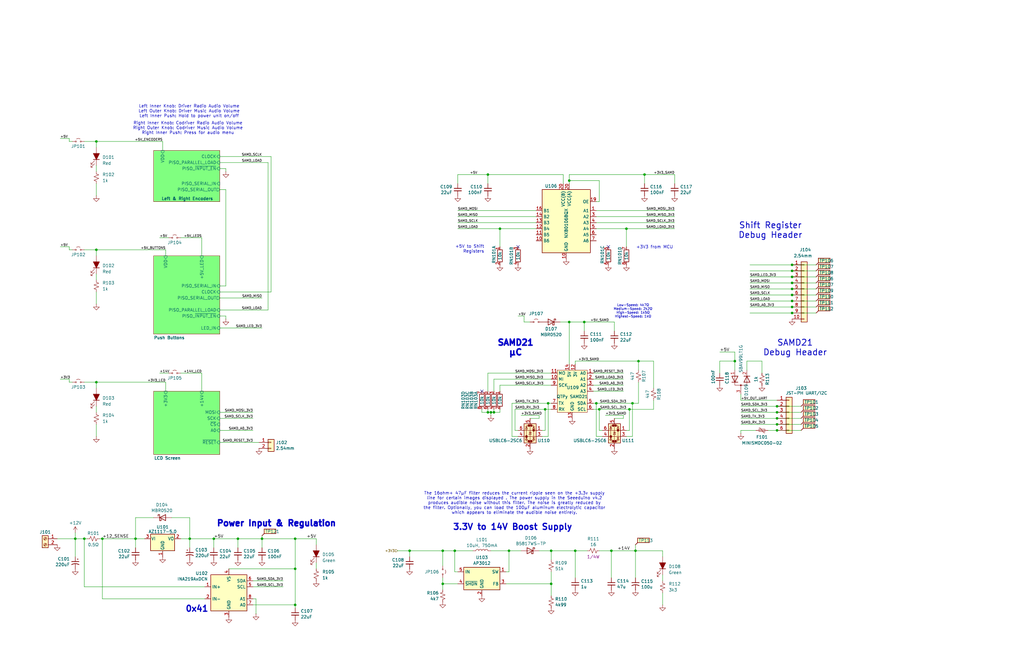
<source format=kicad_sch>
(kicad_sch (version 20250114) (generator "eeschema") (generator_version "9.0")
  (paper "B")
  (title_block (title "Radio Switcher IO Panel") (date "2025-07-27") (rev "A") (company "KX0STL"))
  (text "+3V3 from MCU" (at 268.224 104.394 0) (effects (font (size 1.27 1.27)) (justify left)))
  (text "Shift Register\nDebug Header" (at 324.866 97.282 0) (effects (font (size 2.54 2.54) (thickness 0.3175))))
  (text "SAMD21\nDebug Header" (at 335.28 146.812 0) (effects (font (size 2.54 2.54) (thickness 0.3175))))
  (text "0x41" (at 83.058 257.048 0) (effects (font (size 2.54 2.54) (thickness 0.508) (bold yes))))
  (text "The 16ohm+ 47µF filter reduces the current ripple seen on the +3.3v supply\nline for certain images displayed . The power supply in the Seeeduino v4.2\nproduces audible noise without this filter. The noise is greatly reduced by\nthe filter. Optionally, you can load the 100µF aluminum electrolytic capacitor\nwhich appears to eliminate the audible noise entirely." (at 216.916 212.344 0) (effects (font (size 1.27 1.27))))
  (text "Right Inner Knob: Codriver Radio Audio Volume\nRight Outer Knob: Codriver Music Audio Volume\nRight Inner Push: Press for audio menu" (at 79.248 54.102 0) (effects (font (size 1.27 1.27))))
  (text "Low-Speed: 4k7Ω\nMedium-Speed: 2k2Ω\nHigh-Speed: 1k5Ω\nHighest-Speed: 1kΩ" (at 266.954 131.318 0) (effects (font (size 0.9906 0.9906))))
  (text "3.3V to 14V Boost Supply" (at 216.154 222.504 0) (effects (font (size 2.54 2.54) (thickness 0.508) (bold yes))))
  (text "+5V to Shift\nRegisters" (at 204.216 105.156 0) (effects (font (size 1.27 1.27)) (justify right)))
  (text "Left Inner Knob: Driver Radio Audio Volume\nLeft Outer Knob: Driver Music Audio Volume\nLeft Inner Push: Hold to power unit on/off" (at 79.756 46.99 0) (effects (font (size 1.27 1.27))))
  (text "Power Input & Regulation" (at 116.586 220.98 0) (effects (font (size 2.54 2.54) (thickness 1.016) (bold yes))))
  (text "SAMD21\nµC" (at 217.424 146.812 0) (effects (font (size 2.54 2.54) (thickness 1.016) (bold yes))))
  (junction (at 186.69 246.38))
  (junction (at 242.57 232.41))
  (junction (at 309.88 152.4))
  (junction (at 90.17 227.33))
  (junction (at 334.01 124.46))
  (junction (at 257.81 232.41))
  (junction (at 207.01 173.99))
  (junction (at 246.38 135.89))
  (junction (at 232.41 246.38))
  (junction (at 265.43 172.72))
  (junction (at 327.66 181.61))
  (junction (at 80.01 227.33))
  (junction (at 57.15 227.33))
  (junction (at 43.18 227.33))
  (junction (at 186.69 232.41))
  (junction (at 35.56 227.33))
  (junction (at 327.66 171.45))
  (junction (at 269.24 152.4))
  (junction (at 124.46 240.03))
  (junction (at 40.64 161.29))
  (junction (at 327.66 173.99))
  (junction (at 334.01 119.38))
  (junction (at 264.16 96.52))
  (junction (at 240.03 135.89))
  (junction (at 334.01 127))
  (junction (at 334.01 121.92))
  (junction (at 267.97 232.41))
  (junction (at 205.74 173.99))
  (junction (at 271.78 73.66))
  (junction (at 327.66 176.53))
  (junction (at 334.01 111.76))
  (junction (at 110.49 227.33))
  (junction (at 334.01 114.3))
  (junction (at 334.01 116.84))
  (junction (at 266.7 170.18))
  (junction (at 208.28 173.99))
  (junction (at 100.33 227.33))
  (junction (at 214.63 232.41))
  (junction (at 229.87 172.72))
  (junction (at 124.46 227.33))
  (junction (at 232.41 232.41))
  (junction (at 31.75 227.33))
  (junction (at 251.46 170.18))
  (junction (at 252.73 172.72))
  (junction (at 172.72 232.41))
  (junction (at 40.64 59.69))
  (junction (at 210.82 96.52))
  (junction (at 334.01 132.08))
  (junction (at 40.64 105.41))
  (junction (at 334.01 129.54))
  (junction (at 205.74 73.66))
  (junction (at 124.46 255.27))
  (junction (at 240.03 76.2))
  (junction (at 191.77 232.41))
  (junction (at 327.66 179.07))
  (junction (at 231.14 170.18))
  (no_connect (at 203.2 165.1))
  (no_connect (at 218.44 104.14))
  (no_connect (at 256.54 104.14))
  (wire (pts (xy 35.56 59.69) (xy 40.64 59.69)))
  (wire (pts (xy 35.56 105.41) (xy 40.64 105.41)))
  (wire (pts (xy 40.64 69.85) (xy 40.64 72.39)))
  (wire (pts (xy 207.01 232.41) (xy 214.63 232.41)))
  (wire (pts (xy 240.03 76.2) (xy 240.03 77.47)))
  (wire (pts (xy 279.4 234.95) (xy 279.4 232.41)))
  (wire (pts (xy 334.01 132.08) (xy 316.23 132.08)))
  (wire (pts (xy 214.63 232.41) (xy 219.71 232.41)))
  (wire (pts (xy 186.69 246.38) (xy 193.04 246.38)))
  (wire (pts (xy 92.71 138.43) (xy 110.49 138.43)))
  (wire (pts (xy 96.52 240.03) (xy 124.46 240.03)))
  (wire (pts (xy 334.01 111.76) (xy 344.17 111.76)))
  (wire (pts (xy 269.24 156.21) (xy 269.24 152.4)))
  (wire (pts (xy 191.77 241.3) (xy 191.77 232.41)))
  (wire (pts (xy 242.57 152.4) (xy 269.24 152.4)))
  (wire (pts (xy 95.25 71.12) (xy 92.71 71.12)))
  (wire (pts (xy 92.71 173.99) (xy 106.68 173.99)))
  (wire (pts (xy 334.01 119.38) (xy 344.17 119.38)))
  (wire (pts (xy 334.01 129.54) (xy 344.17 129.54)))
  (wire (pts (xy 186.69 232.41) (xy 191.77 232.41)))
  (wire (pts (xy 240.03 135.89) (xy 240.03 153.67)))
  (wire (pts (xy 312.42 166.37) (xy 312.42 168.91)))
  (wire (pts (xy 303.53 148.59) (xy 309.88 148.59)))
  (wire (pts (xy 279.4 242.57) (xy 279.4 245.11)))
  (wire (pts (xy 267.97 229.87) (xy 267.97 232.41)))
  (wire (pts (xy 262.89 160.02) (xy 250.19 160.02)))
  (wire (pts (xy 172.72 232.41) (xy 186.69 232.41)))
  (wire (pts (xy 40.64 59.69) (xy 68.58 59.69)))
  (wire (pts (xy 334.01 121.92) (xy 344.17 121.92)))
  (wire (pts (xy 68.58 59.69) (xy 68.58 63.5)))
  (wire (pts (xy 334.01 119.38) (xy 316.23 119.38)))
  (wire (pts (xy 193.04 93.98) (xy 226.06 93.98)))
  (wire (pts (xy 208.28 173.99) (xy 207.01 173.99)))
  (wire (pts (xy 334.01 116.84) (xy 316.23 116.84)))
  (wire (pts (xy 31.75 227.33) (xy 31.75 234.95)))
  (wire (pts (xy 217.17 172.72) (xy 217.17 181.61)))
  (wire (pts (xy 24.13 227.33) (xy 31.75 227.33)))
  (wire (pts (xy 92.71 80.01) (xy 95.25 80.01)))
  (wire (pts (xy 191.77 241.3) (xy 193.04 241.3)))
  (wire (pts (xy 266.7 184.15) (xy 266.7 170.18)))
  (wire (pts (xy 40.64 107.95) (xy 40.64 105.41)))
  (wire (pts (xy 95.25 120.65) (xy 92.71 120.65)))
  (wire (pts (xy 257.81 232.41) (xy 257.81 243.84)))
  (wire (pts (xy 334.01 124.46) (xy 316.23 124.46)))
  (wire (pts (xy 193.04 88.9) (xy 226.06 88.9)))
  (wire (pts (xy 240.03 73.66) (xy 271.78 73.66)))
  (wire (pts (xy 321.31 157.48) (xy 321.31 152.4)))
  (wire (pts (xy 106.68 245.11) (xy 119.38 245.11)))
  (wire (pts (xy 213.36 246.38) (xy 232.41 246.38)))
  (wire (pts (xy 220.98 133.35) (xy 220.98 135.89)))
  (wire (pts (xy 327.66 181.61) (xy 337.82 181.61)))
  (wire (pts (xy 72.39 218.44) (xy 80.01 218.44)))
  (wire (pts (xy 232.41 170.18) (xy 231.14 170.18)))
  (wire (pts (xy 25.4 104.14) (xy 29.21 104.14)))
  (wire (pts (xy 191.77 232.41) (xy 199.39 232.41)))
  (wire (pts (xy 251.46 170.18) (xy 250.19 170.18)))
  (wire (pts (xy 29.21 160.02) (xy 29.21 161.29)))
  (wire (pts (xy 40.64 77.47) (xy 40.64 82.55)))
  (wire (pts (xy 232.41 157.48) (xy 205.74 157.48)))
  (wire (pts (xy 312.42 176.53) (xy 327.66 176.53)))
  (wire (pts (xy 205.74 165.1) (xy 205.74 157.48)))
  (wire (pts (xy 228.6 181.61) (xy 229.87 181.61)))
  (wire (pts (xy 107.95 252.73) (xy 106.68 252.73)))
  (wire (pts (xy 69.85 161.29) (xy 69.85 165.1)))
  (wire (pts (xy 303.53 157.48) (xy 303.53 152.4)))
  (wire (pts (xy 193.04 96.52) (xy 210.82 96.52)))
  (wire (pts (xy 271.78 73.66) (xy 284.48 73.66)))
  (wire (pts (xy 327.66 173.99) (xy 337.82 173.99)))
  (wire (pts (xy 312.42 171.45) (xy 327.66 171.45)))
  (wire (pts (xy 303.53 152.4) (xy 309.88 152.4)))
  (wire (pts (xy 210.82 96.52) (xy 210.82 104.14)))
  (wire (pts (xy 124.46 256.54) (xy 124.46 255.27)))
  (wire (pts (xy 210.82 165.1) (xy 210.82 162.56)))
  (wire (pts (xy 106.68 255.27) (xy 124.46 255.27)))
  (wire (pts (xy 232.41 162.56) (xy 210.82 162.56)))
  (wire (pts (xy 90.17 227.33) (xy 90.17 231.14)))
  (wire (pts (xy 262.89 165.1) (xy 250.19 165.1)))
  (wire (pts (xy 218.44 184.15) (xy 215.9 184.15)))
  (wire (pts (xy 218.44 133.35) (xy 220.98 133.35)))
  (wire (pts (xy 90.17 227.33) (xy 100.33 227.33)))
  (wire (pts (xy 205.74 172.72) (xy 205.74 173.99)))
  (wire (pts (xy 31.75 224.79) (xy 31.75 227.33)))
  (wire (pts (xy 237.49 73.66) (xy 237.49 77.47)))
  (wire (pts (xy 262.89 162.56) (xy 250.19 162.56)))
  (wire (pts (xy 25.4 160.02) (xy 29.21 160.02)))
  (wire (pts (xy 205.74 73.66) (xy 193.04 73.66)))
  (wire (pts (xy 208.28 165.1) (xy 208.28 160.02)))
  (wire (pts (xy 71.12 100.33) (xy 67.31 100.33)))
  (wire (pts (xy 110.49 226.06) (xy 110.49 227.33)))
  (wire (pts (xy 265.43 172.72) (xy 265.43 181.61)))
  (wire (pts (xy 251.46 96.52) (xy 264.16 96.52)))
  (wire (pts (xy 232.41 172.72) (xy 229.87 172.72)))
  (wire (pts (xy 259.08 135.89) (xy 246.38 135.89)))
  (wire (pts (xy 92.71 176.53) (xy 106.68 176.53)))
  (wire (pts (xy 262.89 176.53) (xy 259.08 176.53)))
  (wire (pts (xy 334.01 121.92) (xy 316.23 121.92)))
  (wire (pts (xy 40.64 105.41) (xy 69.85 105.41)))
  (wire (pts (xy 251.46 91.44) (xy 284.48 91.44)))
  (wire (pts (xy 269.24 161.29) (xy 269.24 170.18)))
  (wire (pts (xy 327.66 179.07) (xy 337.82 179.07)))
  (wire (pts (xy 71.12 157.48) (xy 67.31 157.48)))
  (wire (pts (xy 76.2 100.33) (xy 85.09 100.33)))
  (wire (pts (xy 334.01 129.54) (xy 316.23 129.54)))
  (wire (pts (xy 232.41 241.3) (xy 232.41 246.38)))
  (wire (pts (xy 92.71 181.61) (xy 106.68 181.61)))
  (wire (pts (xy 242.57 152.4) (xy 242.57 153.67)))
  (wire (pts (xy 259.08 135.89) (xy 259.08 139.7)))
  (wire (pts (xy 228.6 184.15) (xy 231.14 184.15)))
  (wire (pts (xy 262.89 157.48) (xy 250.19 157.48)))
  (wire (pts (xy 110.49 227.33) (xy 110.49 231.14)))
  (wire (pts (xy 227.33 176.53) (xy 223.52 176.53)))
  (wire (pts (xy 92.71 125.73) (xy 110.49 125.73)))
  (wire (pts (xy 232.41 160.02) (xy 208.28 160.02)))
  (wire (pts (xy 275.59 152.4) (xy 269.24 152.4)))
  (wire (pts (xy 284.48 73.66) (xy 284.48 77.47)))
  (wire (pts (xy 100.33 227.33) (xy 100.33 231.14)))
  (wire (pts (xy 186.69 243.84) (xy 186.69 246.38)))
  (wire (pts (xy 186.69 232.41) (xy 186.69 238.76)))
  (wire (pts (xy 312.42 168.91) (xy 327.66 168.91)))
  (wire (pts (xy 251.46 93.98) (xy 284.48 93.98)))
  (wire (pts (xy 214.63 241.3) (xy 214.63 232.41)))
  (wire (pts (xy 25.4 58.42) (xy 29.21 58.42)))
  (wire (pts (xy 85.09 157.48) (xy 85.09 165.1)))
  (wire (pts (xy 232.41 246.38) (xy 232.41 251.46)))
  (wire (pts (xy 95.25 72.39) (xy 95.25 71.12)))
  (wire (pts (xy 35.56 227.33) (xy 36.83 227.33)))
  (wire (pts (xy 246.38 135.89) (xy 246.38 139.7)))
  (wire (pts (xy 242.57 232.41) (xy 247.65 232.41)))
  (wire (pts (xy 232.41 232.41) (xy 227.33 232.41)))
  (wire (pts (xy 223.52 135.89) (xy 220.98 135.89)))
  (wire (pts (xy 334.01 116.84) (xy 344.17 116.84)))
  (wire (pts (xy 271.78 73.66) (xy 271.78 77.47)))
  (wire (pts (xy 275.59 168.91) (xy 275.59 172.72)))
  (wire (pts (xy 257.81 232.41) (xy 252.73 232.41)))
  (wire (pts (xy 40.64 179.07) (xy 40.64 184.15)))
  (wire (pts (xy 210.82 96.52) (xy 226.06 96.52)))
  (wire (pts (xy 29.21 161.29) (xy 30.48 161.29)))
  (wire (pts (xy 215.9 170.18) (xy 215.9 184.15)))
  (wire (pts (xy 264.16 96.52) (xy 264.16 104.14)))
  (wire (pts (xy 252.73 76.2) (xy 240.03 76.2)))
  (wire (pts (xy 254 184.15) (xy 251.46 184.15)))
  (wire (pts (xy 80.01 218.44) (xy 80.01 227.33)))
  (wire (pts (xy 29.21 105.41) (xy 30.48 105.41)))
  (wire (pts (xy 124.46 227.33) (xy 133.35 227.33)))
  (wire (pts (xy 312.42 179.07) (xy 327.66 179.07)))
  (wire (pts (xy 242.57 232.41) (xy 232.41 232.41)))
  (wire (pts (xy 186.69 246.38) (xy 186.69 248.92)))
  (wire (pts (xy 43.18 252.73) (xy 86.36 252.73)))
  (wire (pts (xy 218.44 181.61) (xy 217.17 181.61)))
  (wire (pts (xy 334.01 114.3) (xy 316.23 114.3)))
  (wire (pts (xy 92.71 186.69) (xy 109.22 186.69)))
  (wire (pts (xy 124.46 240.03) (xy 124.46 227.33)))
  (wire (pts (xy 262.89 175.26) (xy 255.27 175.26)))
  (wire (pts (xy 40.64 163.83) (xy 40.64 161.29)))
  (wire (pts (xy 334.01 127) (xy 316.23 127)))
  (wire (pts (xy 252.73 85.09) (xy 252.73 76.2)))
  (wire (pts (xy 133.35 237.49) (xy 133.35 240.03)))
  (wire (pts (xy 40.64 171.45) (xy 40.64 173.99)))
  (wire (pts (xy 275.59 172.72) (xy 265.43 172.72)))
  (wire (pts (xy 312.42 173.99) (xy 327.66 173.99)))
  (wire (pts (xy 232.41 232.41) (xy 232.41 236.22)))
  (wire (pts (xy 172.72 234.95) (xy 172.72 232.41)))
  (wire (pts (xy 110.49 227.33) (xy 124.46 227.33)))
  (wire (pts (xy 85.09 100.33) (xy 85.09 107.95)))
  (wire (pts (xy 64.77 218.44) (xy 57.15 218.44)))
  (wire (pts (xy 193.04 91.44) (xy 226.06 91.44)))
  (wire (pts (xy 31.75 227.33) (xy 35.56 227.33)))
  (wire (pts (xy 29.21 104.14) (xy 29.21 105.41)))
  (wire (pts (xy 80.01 227.33) (xy 76.2 227.33)))
  (wire (pts (xy 269.24 170.18) (xy 266.7 170.18)))
  (wire (pts (xy 275.59 163.83) (xy 275.59 152.4)))
  (wire (pts (xy 95.25 133.35) (xy 92.71 133.35)))
  (wire (pts (xy 312.42 182.88) (xy 312.42 181.61)))
  (wire (pts (xy 106.68 247.65) (xy 119.38 247.65)))
  (wire (pts (xy 264.16 184.15) (xy 266.7 184.15)))
  (wire (pts (xy 264.16 96.52) (xy 284.48 96.52)))
  (wire (pts (xy 240.03 135.89) (xy 236.22 135.89)))
  (wire (pts (xy 264.16 181.61) (xy 265.43 181.61)))
  (wire (pts (xy 29.21 58.42) (xy 29.21 59.69)))
  (wire (pts (xy 252.73 172.72) (xy 250.19 172.72)))
  (wire (pts (xy 334.01 124.46) (xy 344.17 124.46)))
  (wire (pts (xy 266.7 170.18) (xy 251.46 170.18)))
  (wire (pts (xy 251.46 170.18) (xy 251.46 184.15)))
  (wire (pts (xy 57.15 227.33) (xy 60.96 227.33)))
  (wire (pts (xy 35.56 161.29) (xy 40.64 161.29)))
  (wire (pts (xy 107.95 252.73) (xy 107.95 259.08)))
  (wire (pts (xy 205.74 73.66) (xy 205.74 77.47)))
  (wire (pts (xy 41.91 227.33) (xy 43.18 227.33)))
  (wire (pts (xy 207.01 173.99) (xy 205.74 173.99)))
  (wire (pts (xy 334.01 111.76) (xy 316.23 111.76)))
  (wire (pts (xy 92.71 66.04) (xy 114.3 66.04)))
  (wire (pts (xy 312.42 181.61) (xy 318.77 181.61)))
  (wire (pts (xy 40.64 123.19) (xy 40.64 128.27)))
  (wire (pts (xy 229.87 172.72) (xy 229.87 181.61)))
  (wire (pts (xy 43.18 252.73) (xy 43.18 227.33)))
  (wire (pts (xy 240.03 135.89) (xy 246.38 135.89)))
  (wire (pts (xy 314.96 152.4) (xy 314.96 156.21)))
  (wire (pts (xy 133.35 229.87) (xy 133.35 227.33)))
  (wire (pts (xy 262.89 175.26) (xy 262.89 176.53)))
  (wire (pts (xy 208.28 173.99) (xy 210.82 173.99)))
  (wire (pts (xy 203.2 173.99) (xy 205.74 173.99)))
  (wire (pts (xy 323.85 181.61) (xy 327.66 181.61)))
  (wire (pts (xy 240.03 73.66) (xy 240.03 76.2)))
  (wire (pts (xy 100.33 227.33) (xy 110.49 227.33)))
  (wire (pts (xy 167.64 232.41) (xy 172.72 232.41)))
  (wire (pts (xy 124.46 240.03) (xy 124.46 255.27)))
  (wire (pts (xy 95.25 134.62) (xy 95.25 133.35)))
  (wire (pts (xy 227.33 175.26) (xy 219.71 175.26)))
  (wire (pts (xy 95.25 80.01) (xy 95.25 120.65)))
  (wire (pts (xy 251.46 85.09) (xy 252.73 85.09)))
  (wire (pts (xy 114.3 123.19) (xy 114.3 66.04)))
  (wire (pts (xy 265.43 172.72) (xy 252.73 172.72)))
  (wire (pts (xy 267.97 232.41) (xy 279.4 232.41)))
  (wire (pts (xy 92.71 130.81) (xy 113.03 130.81)))
  (wire (pts (xy 40.64 115.57) (xy 40.64 118.11)))
  (wire (pts (xy 321.31 152.4) (xy 314.96 152.4)))
  (wire (pts (xy 214.63 241.3) (xy 213.36 241.3)))
  (wire (pts (xy 90.17 227.33) (xy 80.01 227.33)))
  (wire (pts (xy 76.2 157.48) (xy 85.09 157.48)))
  (wire (pts (xy 207.01 173.99) (xy 207.01 175.26)))
  (wire (pts (xy 334.01 132.08) (xy 344.17 132.08)))
  (wire (pts (xy 40.64 62.23) (xy 40.64 59.69)))
  (wire (pts (xy 254 181.61) (xy 252.73 181.61)))
  (wire (pts (xy 92.71 123.19) (xy 114.3 123.19)))
  (wire (pts (xy 231.14 184.15) (xy 231.14 170.18)))
  (wire (pts (xy 205.74 73.66) (xy 237.49 73.66)))
  (wire (pts (xy 251.46 88.9) (xy 284.48 88.9)))
  (wire (pts (xy 309.88 148.59) (xy 309.88 152.4)))
  (wire (pts (xy 92.71 68.58) (xy 113.03 68.58)))
  (wire (pts (xy 210.82 173.99) (xy 210.82 172.72)))
  (wire (pts (xy 252.73 172.72) (xy 252.73 181.61)))
  (wire (pts (xy 327.66 171.45) (xy 337.82 171.45)))
  (wire (pts (xy 193.04 73.66) (xy 193.04 77.47)))
  (wire (pts (xy 327.66 176.53) (xy 337.82 176.53)))
  (wire (pts (xy 227.33 175.26) (xy 227.33 176.53)))
  (wire (pts (xy 69.85 105.41) (xy 69.85 107.95)))
  (wire (pts (xy 35.56 247.65) (xy 35.56 227.33)))
  (wire (pts (xy 229.87 172.72) (xy 217.17 172.72)))
  (wire (pts (xy 57.15 227.33) (xy 57.15 231.14)))
  (wire (pts (xy 279.4 250.19) (xy 279.4 255.27)))
  (wire (pts (xy 334.01 127) (xy 344.17 127)))
  (wire (pts (xy 43.18 227.33) (xy 57.15 227.33)))
  (wire (pts (xy 35.56 247.65) (xy 86.36 247.65)))
  (wire (pts (xy 334.01 114.3) (xy 344.17 114.3)))
  (wire (pts (xy 231.14 170.18) (xy 215.9 170.18)))
  (wire (pts (xy 309.88 152.4) (xy 309.88 156.21)))
  (wire (pts (xy 40.64 161.29) (xy 69.85 161.29)))
  (wire (pts (xy 267.97 232.41) (xy 257.81 232.41)))
  (wire (pts (xy 208.28 172.72) (xy 208.28 173.99)))
  (wire (pts (xy 57.15 218.44) (xy 57.15 227.33)))
  (wire (pts (xy 113.03 130.81) (xy 113.03 68.58)))
  (wire (pts (xy 267.97 243.84) (xy 267.97 232.41)))
  (wire (pts (xy 80.01 227.33) (xy 80.01 231.14)))
  (wire (pts (xy 29.21 59.69) (xy 30.48 59.69)))
  (wire (pts (xy 203.2 172.72) (xy 203.2 173.99)))
  (wire (pts (xy 242.57 243.84) (xy 242.57 232.41)))
  (label "SAMD_SDA_3V3" (at 264.16 170.18 180) (effects (font (size 1 1))))
  (label "SAMD_RX_3V3" (at 217.17 172.72 0) (effects (font (size 0.9906 0.9906))))
  (label "+5V_SAMD" (at 248.92 135.89 0) (effects (font (size 0.9906 0.9906))))
  (label "+5V" (at 25.4 104.14 0) (effects (font (size 1 1))))
  (label "+5V" (at 218.44 133.35 0) (effects (font (size 1 1))))
  (label "SAMD_LED_3V3" (at 316.23 116.84 0) (effects (font (size 0.9906 0.9906))))
  (label "SAMD_SCL_3V3" (at 119.38 247.65 180) (effects (font (size 0.9906 0.9906))))
  (label "SAMD_MISO_3V3" (at 284.48 91.44 180) (effects (font (size 0.9906 0.9906))))
  (label "+5V_OUT_UART" (at 312.42 168.91 0) (effects (font (size 0.9906 0.9906))))
  (label "SAMD_MOSI_3V3" (at 284.48 88.9 180) (effects (font (size 0.9906 0.9906))))
  (label "+5V" (at 90.17 227.33 0))
  (label "SAMD_SCLK" (at 110.49 66.04 180) (effects (font (size 0.9906 0.9906))))
  (label "+5V" (at 303.53 148.59 0))
  (label "SAMD_RESET_3V3" (at 106.68 186.69 180) (effects (font (size 0.9906 0.9906))))
  (label "+5V" (at 25.4 58.42 0) (effects (font (size 1 1))))
  (label "SAMD_LOAD" (at 316.23 127 0) (effects (font (size 0.9906 0.9906))))
  (label "SAMD_A0_3V3" (at 262.89 162.56 180) (effects (font (size 1 1))))
  (label "SAMD_MISO_3V3" (at 217.17 160.02 0) (effects (font (size 0.9906 0.9906))))
  (label "SAMD_RX_3V3" (at 312.42 179.07 0) (effects (font (size 0.9906 0.9906))))
  (label "+14V" (at 260.35 232.41 0))
  (label "SAMD_SCLK_3V3" (at 217.17 162.56 0) (effects (font (size 0.9906 0.9906))))
  (label "+5V" (at 133.35 227.33 180))
  (label "SAMD_MOSI_3V3" (at 106.68 173.99 180) (effects (font (size 0.9906 0.9906))))
  (label "+3V3_SAMD" (at 255.27 175.26 0) (effects (font (size 0.9906 0.9906))))
  (label "SAMD_TX_3V3" (at 217.17 170.18 0) (effects (font (size 0.9906 0.9906))))
  (label "+5V_LEDS" (at 85.09 100.33 180) (effects (font (size 0.9906 0.9906))))
  (label "+3V3_LCD" (at 69.85 161.29 180) (effects (font (size 0.9906 0.9906))))
  (label "SAMD_MOSI" (at 316.23 119.38 0) (effects (font (size 0.9906 0.9906))))
  (label "+14V" (at 67.31 157.48 0) (effects (font (size 1 1))))
  (label "SAMD_LOAD_3V3" (at 284.48 96.52 180) (effects (font (size 0.9906 0.9906))))
  (label "+3V3_SAMD" (at 219.71 175.26 0) (effects (font (size 0.9906 0.9906))))
  (label "SAMD_LED_3V3" (at 262.89 165.1 180) (effects (font (size 0.9906 0.9906))))
  (label "+3V3_SAMD" (at 284.48 73.66 180) (effects (font (size 0.9906 0.9906))))
  (label "SAMD_SCLK_3V3" (at 284.48 93.98 180) (effects (font (size 0.9906 0.9906))))
  (label "SAMD_RESET_3V3" (at 262.89 157.48 180) (effects (font (size 0.9906 0.9906))))
  (label "SAMD_SCLK_3V3" (at 106.68 176.53 180) (effects (font (size 0.9906 0.9906))))
  (label "+3V3_SAMD" (at 243.84 152.4 0) (effects (font (size 0.9906 0.9906))))
  (label "SAMD_LOAD_3V3" (at 262.89 160.02 180) (effects (font (size 0.9906 0.9906))))
  (label "SAMD_LED_3V3" (at 110.49 138.43 180) (effects (font (size 0.9906 0.9906))))
  (label "SAMD_MISO" (at 193.04 91.44 0) (effects (font (size 0.9906 0.9906))))
  (label "SAMD_SDA_3V3" (at 119.38 245.11 180) (effects (font (size 0.9906 0.9906))))
  (label "SAMD_A0_3V3" (at 316.23 129.54 0) (effects (font (size 1 1))))
  (label "SAMD_LOAD" (at 193.04 96.52 0) (effects (font (size 0.9906 0.9906))))
  (label "SAMD_SCLK" (at 193.04 93.98 0) (effects (font (size 0.9906 0.9906))))
  (label "+12_SENSE" (at 43.18 227.33 0))
  (label "SAMD_SCL_3V3" (at 264.16 172.72 180) (effects (font (size 1 1))))
  (label "+5V" (at 67.31 100.33 0) (effects (font (size 1 1))))
  (label "SAMD_LOAD" (at 110.49 68.58 180) (effects (font (size 0.9906 0.9906))))
  (label "SAMD_LOAD" (at 110.49 130.81 180) (effects (font (size 0.9906 0.9906))))
  (label "+5V" (at 198.12 73.66 0) (effects (font (size 0.9906 0.9906))))
  (label "SAMD_A0_3V3" (at 106.68 181.61 180) (effects (font (size 1 1))))
  (label "SAMD_MISO" (at 316.23 121.92 0) (effects (font (size 0.9906 0.9906))))
  (label "SAMD_TX_3V3" (at 312.42 176.53 0) (effects (font (size 0.9906 0.9906))))
  (label "+5V_ENCODERS" (at 68.58 59.69 180) (effects (font (size 0.9906 0.9906))))
  (label "+14V_LCD" (at 85.09 157.48 180) (effects (font (size 0.9906 0.9906))))
  (label "+5V_BUTTONS" (at 69.85 105.41 180) (effects (font (size 0.9906 0.9906))))
  (label "SAMD_MOSI" (at 193.04 88.9 0) (effects (font (size 0.9906 0.9906))))
  (label "SAMD_MOSI_3V3" (at 217.17 157.48 0) (effects (font (size 0.9906 0.9906))))
  (label "SAMD_MISO" (at 110.49 125.73 180) (effects (font (size 0.9906 0.9906))))
  (label "+3V3" (at 25.4 160.02 0) (effects (font (size 1 1))))
  (label "SAMD_SDA_3V3" (at 312.42 171.45 0) (effects (font (size 1 1))))
  (label "SAMD_SCL_3V3" (at 312.42 173.99 0) (effects (font (size 1 1))))
  (label "SAMD_SCLK" (at 316.23 124.46 0) (effects (font (size 0.9906 0.9906))))
  (hierarchical_label "+3V3" (shape input) (at 167.64 232.41 180) (effects (font (size 1 1))))
  (symbol (lib_id "power:GND") (at 256.54 111.76 0) (unit 1)
    (property "Reference" "#PWR0135" (effects (hide yes)))
    (property "Value" "GND" (effects (hide yes)))
    (property "Description" "Power symbol creates a global label with name \"GND\" , ground" (effects (hide yes)))
  )
  (symbol (lib_id "Device:C_Small") (at 257.81 246.38 0) (unit 1)
    (property "Reference" "C114" (at 260.1341 245.1741 0) (effects (justify left)))
    (property "Value" "47u" (at 260.1341 247.5984 0) (effects (justify left)))
    (property "Footprint" "Capacitor_SMD:C_1206_3216Metric" (effects (hide yes)))
    (property "Description" "Unpolarized capacitor, small symbol" (effects (hide yes)))
  )
  (symbol (lib_id "power:GND") (at 80.01 236.22 0) (unit 1)
    (property "Reference" "#PWR0109" (effects (hide yes)))
    (property "Value" "GND" (effects (hide yes)))
    (property "Description" "Power symbol creates a global label with name \"GND\" , ground" (effects (hide yes)))
  )
  (symbol (lib_id "Device:C_Small") (at 110.49 233.68 0) (unit 1)
    (property "Reference" "C106" (at 112.8141 232.4741 0) (effects (justify left)))
    (property "Value" "100nF" (at 112.8141 234.8984 0) (effects (justify left)))
    (property "Footprint" "Libraries:Worthington_C_0402" (effects (hide yes)))
    (property "Description" "Unpolarized capacitor, small symbol" (effects (hide yes)))
  )
  (symbol (lib_id "Device:D_Schottky") (at 223.52 232.41 0) (mirror y) (unit 1)
    (property "Reference" "D106" (at 223.8375 226.9955 0))
    (property "Value" "B5817WS-TP" (at 223.8375 229.4198 0))
    (property "Footprint" "Diode_SMD:D_SOD-323" (effects (hide yes)))
    (property "Datasheet" "https://www.mccsemi.com/pdf/Products/B5817WS-B5819WS(SOD-323).PDF" (effects (hide yes)))
    (property "Description" "Schottky diode" (effects (hide yes)))
  )
  (symbol (lib_id "power:GND") (at 95.25 134.62 0) (mirror y) (unit 1)
    (property "Reference" "#PWR0112" (effects (hide yes)))
    (property "Value" "GND" (effects (hide yes)))
    (property "Description" "Power symbol creates a global label with name \"GND\" , ground" (effects (hide yes)))
  )
  (symbol (lib_id "Device:LED_Filled") (at 40.64 167.64 270) (mirror x) (unit 1)
    (property "Reference" "D103" (at 43.18 167.9574 90) (effects (justify left)))
    (property "Value" "Red" (at 43.18 170.4974 90) (effects (justify left)))
    (property "Footprint" "LED_THT:LED_D5.0mm" (effects (hide yes)))
    (property "Description" "Light emitting diode, filled shape" (effects (hide yes)))
    (property "DigiKey Part Number" "732-5016-ND" (effects (hide yes)))
  )
  (symbol (lib_id "Device:C_Polarized_Small_US") (at 31.75 237.49 0) (mirror y) (unit 1)
    (property "Reference" "C101" (at 29.4386 235.846 0) (effects (justify left)))
    (property "Value" "220uF" (at 29.4386 238.2703 0) (effects (justify left)))
    (property "Footprint" "Capacitor_SMD:CP_Elec_6.3x7.7" (effects (hide yes)))
    (property "Description" "Polarized capacitor, small US symbol" (effects (hide yes)))
  )
  (symbol (lib_id "power:GND") (at 284.48 82.55 0) (mirror y) (unit 1)
    (property "Reference" "#PWR0142" (effects (hide yes)))
    (property "Value" "GND" (effects (hide yes)))
    (property "Description" "Power symbol creates a global label with name \"GND\" , ground" (effects (hide yes)))
  )
  (symbol (lib_id "Library_MicSwitcher:R_Network04_Split") (at 264.16 107.95 0) (unit 4)
    (property "Reference" "RN101" (at 261.366 107.95 90))
    (property "Value" "10k" (at 264.16 107.95 90))
    (property "Footprint" "Resistor_SMD:R_Array_Convex_4x1206" (effects (hide yes)))
    (property "Datasheet" "http://www.vishay.com/docs/31509/csc.pdf" (effects (hide yes)))
    (property "Description" "4 resistor network, star topology, bussed resistors, split" (effects (hide yes)))
  )
  (symbol (lib_id "Device:C_Small") (at 246.38 142.24 0) (unit 1)
    (property "Reference" "C111" (at 248.7041 141.0341 0) (effects (justify left)))
    (property "Value" "100nF" (at 248.7041 143.4584 0) (effects (justify left)))
    (property "Footprint" "Capacitor_SMD:C_0402_1005Metric" (effects (hide yes)))
    (property "Description" "Unpolarized capacitor, small symbol" (effects (hide yes)))
  )
  (symbol (lib_id "power:GND") (at 246.38 144.78 0) (mirror y) (unit 1)
    (property "Reference" "#PWR0130" (effects (hide yes)))
    (property "Value" "GND" (effects (hide yes)))
    (property "Description" "Power symbol creates a global label with name \"GND\" , ground" (effects (hide yes)))
  )
  (symbol (lib_id "Jumper:Jumper_2_Small_Open") (at 186.69 241.3 270) (unit 1) (in_bom no)
    (property "Reference" "JP106" (at 182.118 241.3 90))
    (property "Value" "Jumper_2_Small_Open" (effects (hide yes)))
    (property "Footprint" "Jumper:SolderJumper-2_P1.3mm_Open_Pad1.0x1.5mm" (effects (hide yes)))
    (property "Description" "Jumper, 2-pole, small symbol, open" (effects (hide yes)))
  )
  (symbol (lib_id "power:GND") (at 107.95 259.08 0) (unit 1)
    (property "Reference" "#PWR0116" (effects (hide yes)))
    (property "Value" "GND" (effects (hide yes)))
    (property "Description" "Power symbol creates a global label with name \"GND\" , ground" (effects (hide yes)))
  )
  (symbol (lib_id "Device:R_Small_US") (at 40.64 176.53 180) (unit 1)
    (property "Reference" "R104" (at 43.18 175.2599 0) (effects (justify right)))
    (property "Value" "1k" (at 43.18 177.7999 0) (effects (justify right)))
    (property "Footprint" "Libraries:Worthington_R_0603" (effects (hide yes)))
    (property "Description" "Resistor, small US symbol" (effects (hide yes)))
    (property "DigiKey Part Number" "311-510HRCT-ND" (effects (hide yes)))
  )
  (symbol (lib_id "Device:R_Small_US") (at 269.24 158.75 0) (mirror y) (unit 1)
    (property "Reference" "R107" (at 271.526 158.75 90))
    (property "Value" "4k7" (at 266.7 158.75 90))
    (property "Footprint" "Resistor_SMD:R_0402_1005Metric" (effects (hide yes)))
    (property "Description" "Resistor, small US symbol" (effects (hide yes)))
  )
  (symbol (lib_id "Device:R_Small_US") (at 232.41 238.76 0) (unit 1)
    (property "Reference" "R109" (at 234.061 237.5478 0) (effects (justify left)))
    (property "Value" "51k" (at 234.061 239.9721 0) (effects (justify left)))
    (property "Footprint" "Libraries:Worthington_R_0402" (effects (hide yes)))
    (property "Description" "Resistor, small US symbol" (effects (hide yes)))
  )
  (symbol (lib_id "power:GND") (at 205.74 82.55 0) (unit 1)
    (property "Reference" "#PWR0124" (effects (hide yes)))
    (property "Value" "GND" (effects (hide yes)))
    (property "Description" "Power symbol creates a global label with name \"GND\" , ground" (effects (hide yes)))
  )
  (symbol (lib_id "Sensor_Energy:INA219AxDCN") (at 96.52 250.19 0) (unit 1)
    (property "Reference" "U102" (at 87.63 241.9237 0) (effects (justify right)))
    (property "Value" "INA219AxDCN" (at 87.63 244.348 0) (effects (justify right)))
    (property "Footprint" "Package_TO_SOT_SMD:SOT-23-8" (effects (hide yes)))
    (property "Datasheet" "http://www.ti.com/lit/ds/symlink/ina219.pdf" (effects (hide yes)))
    (property "Description" "Zero-Drift, Bidirectional Current/Power Monitor (0-26V) With I2C Interface, SOT-23-8" (effects (hide yes)))
  )
  (symbol (lib_id "Connector:TestPoint_Flag") (at 344.17 121.92 0) (unit 1)
    (property "Reference" "TP107" (at 345.44 120.142 0) (effects (justify left)))
    (property "Value" "TestPoint_Flag" (effects (hide yes)))
    (property "Footprint" "Libraries:KEYSTONE_5017" (effects (hide yes)))
    (property "Description" "test point (alternative flag-style design)" (effects (hide yes)))
  )
  (symbol (lib_id "Connector_Generic:Conn_01x06") (at 332.74 173.99 0) (unit 1)
    (property "Reference" "J103" (at 337.82 163.83 0))
    (property "Value" "JST-PH UART/I2C" (at 340.106 165.862 0))
    (property "Footprint" "Connector_JST:JST_PH_S6B-PH-K_1x06_P2.00mm_Horizontal" (effects (hide yes)))
    (property "Description" "Generic connector, single row, 01x06, script generated (kicad-library-utils/schlib/autogen/connector/)" (effects (hide yes)))
  )
  (symbol (lib_id "Device:C_Small") (at 193.04 80.01 0) (unit 1)
    (property "Reference" "C109" (at 190.7159 78.8041 0) (effects (justify right)))
    (property "Value" "22uF" (at 190.7159 81.2284 0) (effects (justify right)))
    (property "Footprint" "Libraries:Worthington_C_0603" (effects (hide yes)))
    (property "Description" "Unpolarized capacitor, small symbol" (effects (hide yes)))
  )
  (symbol (lib_id "Device:C_Small") (at 303.53 160.02 0) (mirror x) (unit 1)
    (property "Reference" "C118" (at 306.578 162.052 90) (effects (justify right)))
    (property "Value" "100nF" (at 300.736 162.052 90) (effects (justify right)))
    (property "Footprint" "Libraries:Worthington_C_0402" (effects (hide yes)))
    (property "Description" "Unpolarized capacitor, small symbol" (effects (hide yes)))
  )
  (symbol (lib_id "Device:R_Small_US") (at 186.69 251.46 0) (mirror y) (unit 1)
    (property "Reference" "R106" (at 185.039 250.2478 0) (effects (justify left)))
    (property "Value" "4k7" (at 185.039 252.6721 0) (effects (justify left)))
    (property "Footprint" "Libraries:Worthington_R_0402" (effects (hide yes)))
    (property "Description" "Resistor, small US symbol" (effects (hide yes)))
  )
  (symbol (lib_id "power:GND") (at 264.16 111.76 0) (unit 1)
    (property "Reference" "#PWR0137" (effects (hide yes)))
    (property "Value" "GND" (effects (hide yes)))
    (property "Description" "Power symbol creates a global label with name \"GND\" , ground" (effects (hide yes)))
  )
  (symbol (lib_id "Library_MicSwitcher:R_Network04_Split") (at 210.82 168.91 0) (unit 1)
    (property "Reference" "RN103" (at 200.66 168.91 90))
    (property "Value" "10k" (at 210.82 168.91 90))
    (property "Footprint" "Resistor_SMD:R_Array_Convex_4x1206" (effects (hide yes)))
    (property "Datasheet" "http://www.vishay.com/docs/31509/csc.pdf" (effects (hide yes)))
    (property "Description" "4 resistor network, star topology, bussed resistors, split" (effects (hide yes)))
  )
  (symbol (lib_id "Device:C_Polarized_Small_US") (at 80.01 233.68 0) (unit 1)
    (property "Reference" "C103" (at 82.3214 232.036 0) (effects (justify left)))
    (property "Value" "220uF" (at 82.3214 234.4603 0) (effects (justify left)))
    (property "Footprint" "Capacitor_SMD:CP_Elec_6.3x7.7" (effects (hide yes)))
    (property "Datasheet" "https://www.we-online.com/components/products/datasheet/865080345012.pdf" (effects (hide yes)))
    (property "Description" "Polarized capacitor, small US symbol" (effects (hide yes)))
    (property "DigiKey" "https://www.digikey.com/en/products/detail/w%C3%BCrth-elektronik/865080345012/5728017" (effects (hide yes)))
    (property "DigiKey Part Number" "732-8422-2-ND" (effects (hide yes)))
  )
  (symbol (lib_id "Device:R_Small_US") (at 250.19 232.41 90) (unit 1)
    (property "Reference" "R111" (at 250.19 227.3765 90))
    (property "Value" "16" (at 250.19 229.8008 90))
    (property "Footprint" "Capacitor_SMD:C_1206_3216Metric" (effects (hide yes)))
    (property "Description" "Resistor, small US symbol" (effects (hide yes)))
    (property "Power" "1/4W" (at 250.19 234.95 90))
  )
  (symbol (lib_id "Device:LED_Filled") (at 40.64 111.76 270) (mirror x) (unit 1)
    (property "Reference" "D102" (at 43.18 112.0774 90) (effects (justify left)))
    (property "Value" "Red" (at 43.18 114.6174 90) (effects (justify left)))
    (property "Footprint" "LED_THT:LED_D5.0mm" (effects (hide yes)))
    (property "Description" "Light emitting diode, filled shape" (effects (hide yes)))
    (property "DigiKey Part Number" "732-5016-ND" (effects (hide yes)))
  )
  (symbol (lib_id "Connector:TestPoint_Flag") (at 337.82 173.99 0) (unit 1)
    (property "Reference" "TP102" (at 339.09 172.212 0) (effects (justify left)))
    (property "Value" "TestPoint_Flag" (effects (hide yes)))
    (property "Footprint" "Libraries:KEYSTONE_5017" (effects (hide yes)))
    (property "Description" "test point (alternative flag-style design)" (effects (hide yes)))
  )
  (symbol (lib_id "Connector:TestPoint_Flag") (at 344.17 127 0) (unit 1)
    (property "Reference" "TP110" (at 345.44 125.222 0) (effects (justify left)))
    (property "Value" "TestPoint_Flag" (effects (hide yes)))
    (property "Footprint" "Libraries:KEYSTONE_5017" (effects (hide yes)))
    (property "Description" "test point (alternative flag-style design)" (effects (hide yes)))
  )
  (symbol (lib_id "Device:C_Small") (at 172.72 237.49 0) (unit 1)
    (property "Reference" "C108" (at 170.3959 236.2841 0) (effects (justify right)))
    (property "Value" "22uF" (at 170.3959 238.7084 0) (effects (justify right)))
    (property "Footprint" "Libraries:Worthington_C_0603" (effects (hide yes)))
    (property "Description" "Unpolarized capacitor, small symbol" (effects (hide yes)))
  )
  (symbol (lib_id "Device:L") (at 203.2 232.41 90) (unit 1)
    (property "Reference" "L101" (at 203.2 227.7602 90))
    (property "Value" "10uH, 750mA" (at 203.2 230.1845 90))
    (property "Footprint" "Libraries:SRN2010BTA-100M" (effects (hide yes)))
    (property "Datasheet" "https://www.mouser.com/datasheet/2/54/SRN2010BTA-3679652.pdf" (effects (hide yes)))
    (property "Description" "Inductor" (effects (hide yes)))
    (property "DigiKey" "SRN2010BTA-100M" (effects (hide yes)))
  )
  (symbol (lib_id "power:GND") (at 303.53 162.56 0) (mirror y) (unit 1)
    (property "Reference" "#PWR0143" (effects (hide yes)))
    (property "Value" "GND" (effects (hide yes)))
    (property "Description" "Power symbol creates a global label with name \"GND\" , ground" (effects (hide yes)))
  )
  (symbol (lib_id "Jumper:Jumper_2_Small_Open") (at 33.02 161.29 0) (mirror y) (unit 1) (in_bom no)
    (property "Reference" "JP103" (at 33.02 163.322 0))
    (property "Value" "Jumper_2_Small_Open" (effects (hide yes)))
    (property "Footprint" "Jumper:SolderJumper-2_P1.3mm_Open_Pad1.0x1.5mm" (effects (hide yes)))
    (property "Description" "Jumper, 2-pole, small symbol, open" (effects (hide yes)))
  )
  (symbol (lib_id "power:GND") (at 259.08 189.23 0) (mirror y) (unit 1)
    (property "Reference" "#PWR0134" (effects (hide yes)))
    (property "Value" "GND" (effects (hide yes)))
    (property "Description" "Power symbol creates a global label with name \"GND\" , ground" (effects (hide yes)))
  )
  (symbol (lib_id "power:GND") (at 242.57 248.92 0) (unit 1)
    (property "Reference" "#PWR0133" (effects (hide yes)))
    (property "Value" "GND" (effects (hide yes)))
    (property "Description" "Power symbol creates a global label with name \"GND\" , ground" (effects (hide yes)))
  )
  (symbol (lib_id "Connector:TestPoint_Flag") (at 344.17 124.46 0) (unit 1)
    (property "Reference" "TP109" (at 345.44 122.682 0) (effects (justify left)))
    (property "Value" "TestPoint_Flag" (effects (hide yes)))
    (property "Footprint" "Libraries:KEYSTONE_5017" (effects (hide yes)))
    (property "Description" "test point (alternative flag-style design)" (effects (hide yes)))
  )
  (symbol (lib_id "Jumper:Jumper_2_Small_Open") (at 33.02 105.41 0) (mirror y) (unit 1) (in_bom no)
    (property "Reference" "JP102" (at 33.02 107.442 0))
    (property "Value" "Jumper_2_Small_Open" (effects (hide yes)))
    (property "Footprint" "Jumper:SolderJumper-2_P1.3mm_Open_Pad1.0x1.5mm" (effects (hide yes)))
    (property "Description" "Jumper, 2-pole, small symbol, open" (effects (hide yes)))
  )
  (symbol (lib_id "power:GND") (at 312.42 182.88 0) (unit 1)
    (property "Reference" "#PWR0144" (effects (hide yes)))
    (property "Value" "GND" (effects (hide yes)))
    (property "Description" "Power symbol creates a global label with name \"GND\" , ground" (effects (hide yes)))
  )
  (symbol (lib_id "power:GND") (at 210.82 111.76 0) (unit 1)
    (property "Reference" "#PWR0125" (effects (hide yes)))
    (property "Value" "GND" (effects (hide yes)))
    (property "Description" "Power symbol creates a global label with name \"GND\" , ground" (effects (hide yes)))
  )
  (symbol (lib_id "Library_MicSwitcher:R_Network04_Split") (at 210.82 107.95 0) (mirror y) (unit 1)
    (property "Reference" "RN101" (at 208.28 107.442 90))
    (property "Value" "10k" (at 210.82 107.95 90))
    (property "Footprint" "Resistor_SMD:R_Array_Convex_4x1206" (effects (hide yes)))
    (property "Datasheet" "http://www.vishay.com/docs/31509/csc.pdf" (effects (hide yes)))
    (property "Description" "4 resistor network, star topology, bussed resistors, split" (effects (hide yes)))
  )
  (symbol (lib_id "Connector:TestPoint_Flag") (at 344.17 119.38 0) (unit 1)
    (property "Reference" "TP106" (at 345.44 117.602 0) (effects (justify left)))
    (property "Value" "TestPoint_Flag" (effects (hide yes)))
    (property "Footprint" "Libraries:KEYSTONE_5017" (effects (hide yes)))
    (property "Description" "test point (alternative flag-style design)" (effects (hide yes)))
  )
  (symbol (lib_id "power:GND") (at 271.78 82.55 0) (mirror y) (unit 1)
    (property "Reference" "#PWR0139" (effects (hide yes)))
    (property "Value" "GND" (effects (hide yes)))
    (property "Description" "Power symbol creates a global label with name \"GND\" , ground" (effects (hide yes)))
  )
  (symbol (lib_id "power:GND") (at 279.4 255.27 0) (mirror y) (unit 1)
    (property "Reference" "#PWR0141" (effects (hide yes)))
    (property "Value" "GND" (effects (hide yes)))
    (property "Description" "Power symbol creates a global label with name \"GND\" , ground" (effects (hide yes)))
  )
  (symbol (lib_id "power:GND") (at 68.58 234.95 0) (unit 1)
    (property "Reference" "#PWR0108" (effects (hide yes)))
    (property "Value" "GND" (effects (hide yes)))
    (property "Description" "Power symbol creates a global label with name \"GND\" , ground" (effects (hide yes)))
  )
  (symbol (lib_id "power:GND") (at 232.41 256.54 0) (unit 1)
    (property "Reference" "#PWR0129" (effects (hide yes)))
    (property "Value" "GND" (effects (hide yes)))
    (property "Description" "Power symbol creates a global label with name \"GND\" , ground" (effects (hide yes)))
  )
  (symbol (lib_id "power:GND") (at 172.72 240.03 0) (unit 1)
    (property "Reference" "#PWR0120" (effects (hide yes)))
    (property "Value" "GND" (effects (hide yes)))
    (property "Description" "Power symbol creates a global label with name \"GND\" , ground" (effects (hide yes)))
  )
  (symbol (lib_id "power:GND") (at 40.64 82.55 0) (mirror y) (unit 1)
    (property "Reference" "#PWR0104" (effects (hide yes)))
    (property "Value" "GND" (effects (hide yes)))
    (property "Description" "Power symbol creates a global label with name \"GND\" , ground" (effects (hide yes)))
  )
  (symbol (lib_id "power:GND") (at 24.13 229.87 0) (unit 1)
    (property "Reference" "#PWR0101" (effects (hide yes)))
    (property "Value" "GND" (effects (hide yes)))
    (property "Description" "Power symbol creates a global label with name \"GND\" , ground" (effects (hide yes)))
  )
  (symbol (lib_id "Device:D_Dual_Series_AKC_Parallel") (at 312.42 161.29 270) (mirror x) (unit 1)
    (property "Reference" "D109" (at 314.706 164.592 0))
    (property "Value" "SBAV99LT1G" (at 312.42 151.384 0))
    (property "Footprint" "Package_TO_SOT_SMD:SOT-23" (effects (hide yes)))
    (property "Datasheet" "https://www.onsemi.com/pdf/datasheet/bav99lt1-d.pdf" (effects (hide yes)))
    (property "Description" "Dual diode, anode/cathode/center" (effects (hide yes)))
  )
  (symbol (lib_id "Regulator_Linear:AZ1117-5.0") (at 68.58 227.33 0) (unit 1)
    (property "Reference" "U101" (at 68.58 222.4151 0))
    (property "Value" "AZ1117-5.0" (at 68.58 224.3361 0))
    (property "Footprint" "Package_TO_SOT_SMD:SOT-223-3_TabPin2" (effects (hide yes)))
    (property "Datasheet" "https://www.diodes.com/assets/Datasheets/AZ1117I.pdf" (effects (hide yes)))
  )
  (symbol (lib_id "Device:LED_Filled") (at 133.35 233.68 270) (mirror x) (unit 1)
    (property "Reference" "D105" (at 135.89 233.9974 90) (effects (justify left)))
    (property "Value" "Green" (at 135.89 236.5374 90) (effects (justify left)))
    (property "Footprint" "LED_THT:LED_D5.0mm" (effects (hide yes)))
    (property "Description" "Light emitting diode, filled shape" (effects (hide yes)))
    (property "DigiKey Part Number" "732-5016-ND" (effects (hide yes)))
  )
  (symbol (lib_id "power:GND") (at 257.81 248.92 0) (unit 1)
    (property "Reference" "#PWR0136" (effects (hide yes)))
    (property "Value" "GND" (effects (hide yes)))
    (property "Description" "Power symbol creates a global label with name \"GND\" , ground" (effects (hide yes)))
  )
  (symbol (lib_id "Library_MicSwitcher:R_Network04_Split") (at 218.44 107.95 0) (unit 2)
    (property "Reference" "RN101" (at 215.646 107.95 90))
    (property "Value" "10k" (at 218.44 107.95 90))
    (property "Footprint" "Resistor_SMD:R_Array_Convex_4x1206" (effects (hide yes)))
    (property "Datasheet" "http://www.vishay.com/docs/31509/csc.pdf" (effects (hide yes)))
    (property "Description" "4 resistor network, star topology, bussed resistors, split" (effects (hide yes)))
  )
  (symbol (lib_id "power:GND") (at 124.46 261.62 0) (mirror y) (unit 1)
    (property "Reference" "#PWR0118" (effects (hide yes)))
    (property "Value" "GND" (effects (hide yes)))
    (property "Description" "Power symbol creates a global label with name \"GND\" , ground" (effects (hide yes)))
  )
  (symbol (lib_id "Device:R_Small_US") (at 39.37 227.33 270) (unit 1)
    (property "Reference" "R101" (at 39.37 225.044 90))
    (property "Value" "0.5Ω" (at 39.37 229.87 90))
    (property "Footprint" "Resistor_SMD:R_1206_3216Metric" (effects (hide yes)))
    (property "Description" "Resistor, small US symbol" (effects (hide yes)))
  )
  (symbol (lib_id "Connector:TestPoint_Flag") (at 344.17 116.84 0) (unit 1)
    (property "Reference" "TP108" (at 345.44 115.062 0) (effects (justify left)))
    (property "Value" "TestPoint_Flag" (effects (hide yes)))
    (property "Footprint" "Libraries:KEYSTONE_5017" (effects (hide yes)))
    (property "Description" "test point (alternative flag-style design)" (effects (hide yes)))
  )
  (symbol (lib_id "Device:C_Small") (at 57.15 233.68 0) (unit 1)
    (property "Reference" "C102" (at 54.8259 232.4741 0) (effects (justify right)))
    (property "Value" "22uF" (at 54.8259 234.8984 0) (effects (justify right)))
    (property "Footprint" "Libraries:Worthington_C_0603" (effects (hide yes)))
    (property "Description" "Unpolarized capacitor, small symbol" (effects (hide yes)))
  )
  (symbol (lib_id "Library_MicSwitcher:R_Network04_Split") (at 256.54 107.95 0) (mirror y) (unit 3)
    (property "Reference" "RN101" (at 254 107.442 90))
    (property "Value" "10k" (at 256.54 107.95 90))
    (property "Footprint" "Resistor_SMD:R_Array_Convex_4x1206" (effects (hide yes)))
    (property "Datasheet" "http://www.vishay.com/docs/31509/csc.pdf" (effects (hide yes)))
    (property "Description" "4 resistor network, star topology, bussed resistors, split" (effects (hide yes)))
  )
  (symbol (lib_id "Connector_Generic:Conn_01x02") (at 114.3 186.69 0) (unit 1)
    (property "Reference" "J102" (at 116.332 186.7478 0) (effects (justify left)))
    (property "Value" "2.54mm" (at 116.332 189.1721 0) (effects (justify left)))
    (property "Footprint" "Connector_PinHeader_2.54mm:PinHeader_1x02_P2.54mm_Vertical" (effects (hide yes)))
    (property "Description" "Generic connector, single row, 01x02, script generated (kicad-library-utils/schlib/autogen/connector/)" (effects (hide yes)))
  )
  (symbol (lib_id "power:GND") (at 90.17 236.22 0) (unit 1)
    (property "Reference" "#PWR0110" (effects (hide yes)))
    (property "Value" "GND" (effects (hide yes)))
    (property "Description" "Power symbol creates a global label with name \"GND\" , ground" (effects (hide yes)))
  )
  (symbol (lib_id "power:GND") (at 207.01 175.26 0) (unit 1)
    (property "Reference" "#PWR0128" (effects (hide yes)))
    (property "Value" "GND" (effects (hide yes)))
    (property "Description" "Power symbol creates a global label with name \"GND\" , ground" (effects (hide yes)))
  )
  (symbol (lib_id "power:GND") (at 31.75 240.03 0) (unit 1)
    (property "Reference" "#PWR0103" (effects (hide yes)))
    (property "Value" "GND" (effects (hide yes)))
    (property "Description" "Power symbol creates a global label with name \"GND\" , ground" (effects (hide yes)))
  )
  (symbol (lib_id "Device:C_Small") (at 124.46 259.08 0) (mirror y) (unit 1)
    (property "Reference" "C107" (at 126.7841 257.8741 0) (effects (justify right)))
    (property "Value" "22uF" (at 126.7841 260.2984 0) (effects (justify right)))
    (property "Footprint" "Libraries:Worthington_C_0603" (effects (hide yes)))
    (property "Description" "Unpolarized capacitor, small symbol" (effects (hide yes)))
  )
  (symbol (lib_id "power:GND") (at 133.35 245.11 0) (unit 1)
    (property "Reference" "#PWR0119" (effects (hide yes)))
    (property "Value" "GND" (effects (hide yes)))
    (property "Description" "Power symbol creates a global label with name \"GND\" , ground" (effects (hide yes)))
  )
  (symbol (lib_id "New_Library:QT_Py_SAMD21") (at 241.3 165.1 0) (mirror y) (unit 1)
    (property "Reference" "U109" (at 241.554 163.576 0))
    (property "Value" "QTPy SAMD21" (at 241.3 167.386 0))
    (property "Footprint" "Libraries:Py_QT_SAMD21" (effects (hide yes)))
    (property "Datasheet" "https://cdn-learn.adafruit.com/downloads/pdf/adafruit-qt-py.pdf" (effects (hide yes)))
  )
  (symbol (lib_id "Device:C_Small_US") (at 267.97 246.38 0) (unit 1)
    (property "Reference" "C115" (at 270.2814 245.2948 0) (effects (justify left)))
    (property "Value" "100u" (at 270.2814 247.7191 0) (effects (justify left)))
    (property "Footprint" "Capacitor_SMD:CP_Elec_6.3x7.7" (effects (hide yes)))
    (property "Description" "capacitor, small US symbol" (effects (hide yes)))
  )
  (symbol (lib_id "Device:C_Small") (at 90.17 233.68 0) (mirror y) (unit 1)
    (property "Reference" "C104" (at 92.4941 232.4741 0) (effects (justify right)))
    (property "Value" "22uF" (at 92.4941 234.8984 0) (effects (justify right)))
    (property "Footprint" "Libraries:Worthington_C_0603" (effects (hide yes)))
    (property "Description" "Unpolarized capacitor, small symbol" (effects (hide yes)))
  )
  (symbol (lib_id "power:GND") (at 40.64 184.15 0) (mirror y) (unit 1)
    (property "Reference" "#PWR0106" (effects (hide yes)))
    (property "Value" "GND" (effects (hide yes)))
    (property "Description" "Power symbol creates a global label with name \"GND\" , ground" (effects (hide yes)))
  )
  (symbol (lib_id "power:+12V") (at 31.75 224.79 0) (unit 1)
    (property "Reference" "#PWR0102" (effects (hide yes)))
    (property "Value" "+12V" (at 31.75 220.6569 0))
    (property "Description" "Power symbol creates a global label with name \"+12V\"" (effects (hide yes)))
  )
  (symbol (lib_id "power:GND") (at 259.08 144.78 0) (unit 1)
    (property "Reference" "#PWR0131" (effects (hide yes)))
    (property "Value" "GND" (effects (hide yes)))
    (property "Description" "Power symbol creates a global label with name \"GND\" , ground" (effects (hide yes)))
  )
  (symbol (lib_id "power:GND") (at 40.64 128.27 0) (mirror y) (unit 1)
    (property "Reference" "#PWR0105" (effects (hide yes)))
    (property "Value" "GND" (effects (hide yes)))
    (property "Description" "Power symbol creates a global label with name \"GND\" , ground" (effects (hide yes)))
  )
  (symbol (lib_id "Connector:TestPoint_Flag") (at 337.82 176.53 0) (unit 1)
    (property "Reference" "TP103" (at 339.09 174.752 0) (effects (justify left)))
    (property "Value" "TestPoint_Flag" (effects (hide yes)))
    (property "Footprint" "Libraries:KEYSTONE_5017" (effects (hide yes)))
    (property "Description" "test point (alternative flag-style design)" (effects (hide yes)))
  )
  (symbol (lib_id "Device:R_Small_US") (at 40.64 74.93 180) (unit 1)
    (property "Reference" "R102" (at 43.18 73.6599 0) (effects (justify right)))
    (property "Value" "1k" (at 43.18 76.1999 0) (effects (justify right)))
    (property "Footprint" "Libraries:Worthington_R_0603" (effects (hide yes)))
    (property "Description" "Resistor, small US symbol" (effects (hide yes)))
    (property "DigiKey Part Number" "311-510HRCT-ND" (effects (hide yes)))
  )
  (symbol (lib_id "power:GND") (at 100.33 236.22 0) (mirror y) (unit 1)
    (property "Reference" "#PWR0114" (effects (hide yes)))
    (property "Value" "GND" (effects (hide yes)))
    (property "Description" "Power symbol creates a global label with name \"GND\" , ground" (effects (hide yes)))
  )
  (symbol (lib_id "Device:R_Small_US") (at 279.4 247.65 180) (unit 1)
    (property "Reference" "R112" (at 281.94 246.3799 0) (effects (justify right)))
    (property "Value" "3k3" (at 281.94 248.9199 0) (effects (justify right)))
    (property "Footprint" "Libraries:Worthington_R_0603" (effects (hide yes)))
    (property "Description" "Resistor, small US symbol" (effects (hide yes)))
    (property "DigiKey Part Number" "311-510HRCT-ND" (effects (hide yes)))
  )
  (symbol (lib_id "Jumper:Jumper_2_Small_Open") (at 73.66 100.33 0) (mirror y) (unit 1) (in_bom no)
    (property "Reference" "JP104" (at 73.66 102.362 0))
    (property "Value" "Jumper_2_Small_Open" (effects (hide yes)))
    (property "Footprint" "Jumper:SolderJumper-2_P1.3mm_Open_Pad1.0x1.5mm" (effects (hide yes)))
    (property "Description" "Jumper, 2-pole, small symbol, open" (effects (hide yes)))
  )
  (symbol (lib_id "Diode:MBR0520") (at 68.58 218.44 0) (unit 1)
    (property "Reference" "D104" (at 68.2625 213.0255 0))
    (property "Value" "MBR0520" (at 68.2625 215.4498 0))
    (property "Footprint" "Diode_SMD:D_SOD-123" (effects (hide yes)))
    (property "Datasheet" "https://www.onsemi.com/pdf/datasheet/mbr0520lt1-d.pdf" (effects (hide yes)))
    (property "Description" "20V 0.5A Schottky Power Rectifier Diode, SOD-123" (effects (hide yes)))
  )
  (symbol (lib_id "Diode:MBR0520") (at 232.41 135.89 0) (mirror y) (unit 1)
    (property "Reference" "D107" (at 232.41 138.7997 0))
    (property "Value" "MBR0520" (at 232.41 141.224 0))
    (property "Footprint" "Diode_SMD:D_SOD-123" (effects (hide yes)))
    (property "Datasheet" "https://www.onsemi.com/pdf/datasheet/mbr0520lt1-d.pdf" (effects (hide yes)))
    (property "Description" "20V 0.5A Schottky Power Rectifier Diode, SOD-123" (effects (hide yes)))
  )
  (symbol (lib_id "power:GND") (at 241.3 176.53 0) (unit 1)
    (property "Reference" "#PWR0128" (effects (hide yes)))
    (property "Value" "GND" (effects (hide yes)))
    (property "Description" "Power symbol creates a global label with name \"GND\" , ground" (effects (hide yes)))
  )
  (symbol (lib_id "Connector:TestPoint_Flag") (at 337.82 171.45 0) (unit 1)
    (property "Reference" "TP101" (at 339.09 169.672 0) (effects (justify left)))
    (property "Value" "TestPoint_Flag" (effects (hide yes)))
    (property "Footprint" "Libraries:KEYSTONE_5017" (effects (hide yes)))
    (property "Description" "test point (alternative flag-style design)" (effects (hide yes)))
  )
  (symbol (lib_id "Regulator_Switching:AP3012") (at 203.2 243.84 0) (unit 1)
    (property "Reference" "U103" (at 203.2 235.2505 0))
    (property "Value" "AP3012" (at 203.2 237.6748 0))
    (property "Footprint" "Package_TO_SOT_SMD:SOT-23-5" (effects (hide yes)))
    (property "Datasheet" "https://www.diodes.com/assets/Datasheets/AP3012.pdf" (effects (hide yes)))
    (property "Description" "500mA, Adjustable Step-Up Voltage Regulator, 1.5MHz Frequency, SOT-23-5" (effects (hide yes)))
  )
  (symbol (lib_id "Connector:TestPoint_Flag") (at 267.97 229.87 0) (unit 1)
    (property "Reference" "TP113" (at 269.24 228.092 0) (effects (justify left)))
    (property "Value" "TestPoint_Flag" (effects (hide yes)))
    (property "Footprint" "Libraries:KEYSTONE_5017" (effects (hide yes)))
    (property "Description" "test point (alternative flag-style design)" (effects (hide yes)))
  )
  (symbol (lib_id "power:GND") (at 267.97 248.92 0) (unit 1)
    (property "Reference" "#PWR0138" (effects (hide yes)))
    (property "Value" "GND" (effects (hide yes)))
    (property "Description" "Power symbol creates a global label with name \"GND\" , ground" (effects (hide yes)))
  )
  (symbol (lib_id "power:GND") (at 96.52 260.35 0) (unit 1)
    (property "Reference" "#PWR0113" (effects (hide yes)))
    (property "Value" "GND" (effects (hide yes)))
    (property "Description" "Power symbol creates a global label with name \"GND\" , ground" (effects (hide yes)))
  )
  (symbol (lib_id "Connector:TestPoint_Flag") (at 337.82 179.07 0) (unit 1)
    (property "Reference" "TP104" (at 339.09 177.292 0) (effects (justify left)))
    (property "Value" "TestPoint_Flag" (effects (hide yes)))
    (property "Footprint" "Libraries:KEYSTONE_5017" (effects (hide yes)))
    (property "Description" "test point (alternative flag-style design)" (effects (hide yes)))
  )
  (symbol (lib_id "Jumper:Jumper_2_Small_Open") (at 73.66 157.48 0) (mirror y) (unit 1) (in_bom no)
    (property "Reference" "JP105" (at 73.66 159.512 0))
    (property "Value" "Jumper_2_Small_Open" (effects (hide yes)))
    (property "Footprint" "Jumper:SolderJumper-2_P1.3mm_Open_Pad1.0x1.5mm" (effects (hide yes)))
    (property "Description" "Jumper, 2-pole, small symbol, open" (effects (hide yes)))
  )
  (symbol (lib_id "Library_MicSwitcher:R_Network04_Split") (at 208.28 168.91 0) (mirror y) (unit 2)
    (property "Reference" "RN103" (at 198.882 168.91 90))
    (property "Value" "10k" (at 208.28 168.91 90))
    (property "Footprint" "Resistor_SMD:R_Array_Convex_4x1206" (effects (hide yes)))
    (property "Datasheet" "http://www.vishay.com/docs/31509/csc.pdf" (effects (hide yes)))
    (property "Description" "4 resistor network, star topology, bussed resistors, split" (effects (hide yes)))
  )
  (symbol (lib_id "power:GND") (at 218.44 111.76 0) (unit 1)
    (property "Reference" "#PWR0126" (effects (hide yes)))
    (property "Value" "GND" (effects (hide yes)))
    (property "Description" "Power symbol creates a global label with name \"GND\" , ground" (effects (hide yes)))
  )
  (symbol (lib_id "power:GND") (at 223.52 189.23 0) (mirror y) (unit 1)
    (property "Reference" "#PWR0127" (effects (hide yes)))
    (property "Value" "GND" (effects (hide yes)))
    (property "Description" "Power symbol creates a global label with name \"GND\" , ground" (effects (hide yes)))
  )
  (symbol (lib_id "Device:R_Small_US") (at 275.59 166.37 0) (mirror y) (unit 1)
    (property "Reference" "R108" (at 277.876 166.37 90))
    (property "Value" "4k7" (at 273.05 166.37 90))
    (property "Footprint" "Resistor_SMD:R_0402_1005Metric" (effects (hide yes)))
    (property "Description" "Resistor, small US symbol" (effects (hide yes)))
  )
  (symbol (lib_id "Device:C_Small") (at 259.08 142.24 0) (mirror y) (unit 1)
    (property "Reference" "C112" (at 261.4041 141.0341 0) (effects (justify right)))
    (property "Value" "22uF" (at 261.4041 143.4584 0) (effects (justify right)))
    (property "Footprint" "Capacitor_SMD:C_0603_1608Metric" (effects (hide yes)))
    (property "Description" "Unpolarized capacitor, small symbol" (effects (hide yes)))
  )
  (symbol (lib_id "Connector:TestPoint_Flag") (at 337.82 181.61 0) (unit 1)
    (property "Reference" "TP105" (at 339.09 179.832 0) (effects (justify left)))
    (property "Value" "TestPoint_Flag" (effects (hide yes)))
    (property "Footprint" "Libraries:KEYSTONE_5017" (effects (hide yes)))
    (property "Description" "test point (alternative flag-style design)" (effects (hide yes)))
  )
  (symbol (lib_id "Connector:TestPoint_Flag") (at 110.49 226.06 0) (unit 1)
    (property "Reference" "TP121" (at 111.76 224.282 0) (effects (justify left)))
    (property "Value" "TestPoint_Flag" (effects (hide yes)))
    (property "Footprint" "Libraries:KEYSTONE_5017" (effects (hide yes)))
    (property "Description" "test point (alternative flag-style design)" (effects (hide yes)))
  )
  (symbol (lib_id "Connector:TestPoint_Flag") (at 344.17 114.3 0) (unit 1)
    (property "Reference" "TP107" (at 345.44 112.522 0) (effects (justify left)))
    (property "Value" "TestPoint_Flag" (effects (hide yes)))
    (property "Footprint" "Libraries:KEYSTONE_5017" (effects (hide yes)))
    (property "Description" "test point (alternative flag-style design)" (effects (hide yes)))
  )
  (symbol (lib_id "Connector:TestPoint_Flag") (at 344.17 129.54 0) (unit 1)
    (property "Reference" "TP111" (at 345.44 127.762 0) (effects (justify left)))
    (property "Value" "TestPoint_Flag" (effects (hide yes)))
    (property "Footprint" "Libraries:KEYSTONE_5017" (effects (hide yes)))
    (property "Description" "test point (alternative flag-style design)" (effects (hide yes)))
  )
  (symbol (lib_id "Device:R_Small_US") (at 40.64 120.65 180) (unit 1)
    (property "Reference" "R103" (at 43.18 119.3799 0) (effects (justify right)))
    (property "Value" "1k" (at 43.18 121.9199 0) (effects (justify right)))
    (property "Footprint" "Libraries:Worthington_R_0603" (effects (hide yes)))
    (property "Description" "Resistor, small US symbol" (effects (hide yes)))
    (property "DigiKey Part Number" "311-510HRCT-ND" (effects (hide yes)))
  )
  (symbol (lib_id "power:GND") (at 238.76 109.22 0) (mirror y) (unit 1)
    (property "Reference" "#PWR0132" (effects (hide yes)))
    (property "Value" "GND" (effects (hide yes)))
    (property "Description" "Power symbol creates a global label with name \"GND\" , ground" (effects (hide yes)))
  )
  (symbol (lib_id "power:GND") (at 57.15 236.22 0) (unit 1)
    (property "Reference" "#PWR0107" (effects (hide yes)))
    (property "Value" "GND" (effects (hide yes)))
    (property "Description" "Power symbol creates a global label with name \"GND\" , ground" (effects (hide yes)))
  )
  (symbol (lib_id "Device:R_Small_US") (at 133.35 242.57 180) (unit 1)
    (property "Reference" "R105" (at 135.89 241.2999 0) (effects (justify right)))
    (property "Value" "1k" (at 135.89 243.8399 0) (effects (justify right)))
    (property "Footprint" "Libraries:Worthington_R_0603" (effects (hide yes)))
    (property "Description" "Resistor, small US symbol" (effects (hide yes)))
    (property "DigiKey Part Number" "311-510HRCT-ND" (effects (hide yes)))
  )
  (symbol (lib_id "Device:Polyfuse_Small") (at 321.31 181.61 90) (mirror x) (unit 1)
    (property "Reference" "F101" (at 321.31 184.404 90))
    (property "Value" "MINISMDC050-02" (at 321.31 186.944 90))
    (property "Footprint" "Fuse:Fuse_0805_2012Metric" (effects (hide yes)))
    (property "Description" "Resettable fuse, polymeric positive temperature coefficient, small symbol" (effects (hide yes)))
  )
  (symbol (lib_id "Device:C_Small") (at 242.57 246.38 0) (unit 1)
    (property "Reference" "C113" (at 244.8941 245.1741 0) (effects (justify left)))
    (property "Value" "1u" (at 244.8941 247.5984 0) (effects (justify left)))
    (property "Footprint" "Libraries:Worthington_C_0805" (effects (hide yes)))
    (property "Description" "Unpolarized capacitor, small symbol" (effects (hide yes)))
  )
  (symbol (lib_id "power:GND") (at 109.22 189.23 0) (mirror y) (unit 1)
    (property "Reference" "#PWR0115" (effects (hide yes)))
    (property "Value" "GND" (effects (hide yes)))
    (property "Description" "Power symbol creates a global label with name \"GND\" , ground" (effects (hide yes)))
  )
  (symbol (lib_id "power:GND") (at 334.01 134.62 0) (unit 1)
    (property "Reference" "#PWR0146" (effects (hide yes)))
    (property "Value" "GND" (effects (hide yes)))
    (property "Description" "Power symbol creates a global label with name \"GND\" , ground" (effects (hide yes)))
  )
  (symbol (lib_id "Connector:TestPoint_Flag") (at 344.17 111.76 0) (unit 1)
    (property "Reference" "TP106" (at 345.44 109.982 0) (effects (justify left)))
    (property "Value" "TestPoint_Flag" (effects (hide yes)))
    (property "Footprint" "Libraries:KEYSTONE_5017" (effects (hide yes)))
    (property "Description" "test point (alternative flag-style design)" (effects (hide yes)))
  )
  (symbol (lib_id "Device:R_Small_US") (at 321.31 160.02 180) (unit 1)
    (property "Reference" "R113" (at 323.596 160.02 90))
    (property "Value" "1k" (at 318.77 160.02 90))
    (property "Footprint" "Libraries:Worthington_R_0402" (effects (hide yes)))
    (property "Description" "Resistor, small US symbol" (effects (hide yes)))
  )
  (symbol (lib_id "Device:R_Small_US") (at 232.41 254 0) (unit 1)
    (property "Reference" "R110" (at 234.061 252.7878 0) (effects (justify left)))
    (property "Value" "4k99" (at 234.061 255.2121 0) (effects (justify left)))
    (property "Footprint" "Libraries:Worthington_R_0402" (effects (hide yes)))
    (property "Description" "Resistor, small US symbol" (effects (hide yes)))
  )
  (symbol (lib_id "Power_Protection:USBLC6-2P6") (at 223.52 181.61 0) (mirror y) (unit 1)
    (property "Reference" "U110" (at 231.902 185.928 0) (effects (justify left)))
    (property "Value" "USBLC6-2SC6" (at 220.218 185.928 0) (effects (justify left)))
    (property "Footprint" "Package_TO_SOT_SMD:SOT-666" (effects (hide yes)))
    (property "Datasheet" "https://www.st.com/resource/en/datasheet/usblc6-2.pdf" (effects (hide yes)))
    (property "Description" "Very low capacitance ESD protection diode, 2 data-line, SOT-666" (effects (hide yes)))
  )
  (symbol (lib_id "Device:C_Small") (at 284.48 80.01 0) (mirror y) (unit 1)
    (property "Reference" "C117" (at 286.8041 78.8041 0) (effects (justify right)))
    (property "Value" "22uF" (at 286.8041 81.2284 0) (effects (justify right)))
    (property "Footprint" "Libraries:Worthington_C_0603" (effects (hide yes)))
    (property "Description" "Unpolarized capacitor, small symbol" (effects (hide yes)))
  )
  (symbol (lib_id "Device:C_Small") (at 100.33 233.68 0) (mirror y) (unit 1)
    (property "Reference" "C105" (at 102.6541 232.4741 0) (effects (justify right)))
    (property "Value" "22uF" (at 102.6541 234.8984 0) (effects (justify right)))
    (property "Footprint" "Libraries:Worthington_C_0603" (effects (hide yes)))
    (property "Description" "Unpolarized capacitor, small symbol" (effects (hide yes)))
  )
  (symbol (lib_id "Power_Protection:USBLC6-2P6") (at 259.08 181.61 0) (mirror y) (unit 1)
    (property "Reference" "U111" (at 267.462 185.928 0) (effects (justify left)))
    (property "Value" "USBLC6-2SC6" (at 255.778 185.928 0) (effects (justify left)))
    (property "Footprint" "Package_TO_SOT_SMD:SOT-666" (effects (hide yes)))
    (property "Datasheet" "https://www.st.com/resource/en/datasheet/usblc6-2.pdf" (effects (hide yes)))
    (property "Description" "Very low capacitance ESD protection diode, 2 data-line, SOT-666" (effects (hide yes)))
  )
  (symbol (lib_id "Library_MicSwitcher:R_Network04_Split") (at 205.74 168.91 0) (mirror y) (unit 3)
    (property "Reference" "RN103" (at 197.104 168.91 90))
    (property "Value" "10k" (at 205.74 168.91 90))
    (property "Footprint" "Resistor_SMD:R_Array_Convex_4x1206" (effects (hide yes)))
    (property "Datasheet" "http://www.vishay.com/docs/31509/csc.pdf" (effects (hide yes)))
    (property "Description" "4 resistor network, star topology, bussed resistors, split" (effects (hide yes)))
  )
  (symbol (lib_id "Device:C_Small") (at 205.74 80.01 0) (mirror y) (unit 1)
    (property "Reference" "C110" (at 203.4159 78.8041 0) (effects (justify left)))
    (property "Value" "100nF" (at 203.4159 81.2284 0) (effects (justify left)))
    (property "Footprint" "Libraries:Worthington_C_0402" (effects (hide yes)))
    (property "Description" "Unpolarized capacitor, small symbol" (effects (hide yes)))
  )
  (symbol (lib_id "power:GND") (at 203.2 251.46 0) (unit 1)
    (property "Reference" "#PWR0123" (effects (hide yes)))
    (property "Value" "GND" (effects (hide yes)))
    (property "Description" "Power symbol creates a global label with name \"GND\" , ground" (effects (hide yes)))
  )
  (symbol (lib_id "power:GND") (at 321.31 162.56 0) (mirror y) (unit 1)
    (property "Reference" "#PWR0145" (effects (hide yes)))
    (property "Value" "GND" (effects (hide yes)))
    (property "Description" "Power symbol creates a global label with name \"GND\" , ground" (effects (hide yes)))
  )
  (symbol (lib_id "Jumper:Jumper_2_Small_Open") (at 226.06 135.89 0) (mirror y) (unit 1) (in_bom no)
    (property "Reference" "JP107" (at 226.06 132.334 0))
    (property "Value" "Jumper_2_Small_Open" (effects (hide yes)))
    (property "Footprint" "Jumper:SolderJumper-2_P1.3mm_Open_Pad1.0x1.5mm" (effects (hide yes)))
    (property "Description" "Jumper, 2-pole, small symbol, open" (effects (hide yes)))
  )
  (symbol (lib_id "library_symbols:NXB0106BQX") (at 238.76 95.25 0) (mirror y) (unit 1)
    (property "Reference" "U106" (at 234.95 78.486 0) (effects (justify left)))
    (property "Value" "NXB0106BQX" (at 238.76 100.584 90) (effects (justify left)))
    (property "Footprint" "Libraries:RGY16_2P55X2P05" (effects (hide yes)))
    (property "Datasheet" "https://assets.nexperia.com/documents/data-sheet/NXB0106.pdf" (effects (hide yes)))
    (property "Description" "6-Bit Dual supply translating transceiver; auto direction sensing; 3-state" (effects (hide yes)))
  )
  (symbol (lib_id "Device:C_Small") (at 271.78 80.01 0) (unit 1)
    (property "Reference" "C116" (at 274.1041 78.8041 0) (effects (justify left)))
    (property "Value" "100nF" (at 274.1041 81.2284 0) (effects (justify left)))
    (property "Footprint" "Libraries:Worthington_C_0402" (effects (hide yes)))
    (property "Description" "Unpolarized capacitor, small symbol" (effects (hide yes)))
  )
  (symbol (lib_id "Device:LED_Filled") (at 279.4 238.76 270) (mirror x) (unit 1)
    (property "Reference" "D108" (at 281.94 239.0774 90) (effects (justify left)))
    (property "Value" "Green" (at 281.94 241.6174 90) (effects (justify left)))
    (property "Footprint" "LED_THT:LED_D5.0mm" (effects (hide yes)))
    (property "Description" "Light emitting diode, filled shape" (effects (hide yes)))
    (property "DigiKey Part Number" "732-5016-ND" (effects (hide yes)))
  )
  (symbol (lib_id "Library_MicSwitcher:R_Network04_Split") (at 203.2 168.91 0) (mirror y) (unit 4)
    (property "Reference" "RN103" (at 195.326 168.91 90))
    (property "Value" "10k" (at 203.2 168.91 90))
    (property "Footprint" "Resistor_SMD:R_Array_Convex_4x1206" (effects (hide yes)))
    (property "Datasheet" "http://www.vishay.com/docs/31509/csc.pdf" (effects (hide yes)))
    (property "Description" "4 resistor network, star topology, bussed resistors, split" (effects (hide yes)))
  )
  (symbol (lib_id "power:GND") (at 110.49 236.22 0) (mirror y) (unit 1)
    (property "Reference" "#PWR0117" (effects (hide yes)))
    (property "Value" "GND" (effects (hide yes)))
    (property "Description" "Power symbol creates a global label with name \"GND\" , ground" (effects (hide yes)))
  )
  (symbol (lib_id "Jumper:Jumper_2_Small_Open") (at 33.02 59.69 0) (mirror y) (unit 1) (in_bom no)
    (property "Reference" "JP101" (at 33.02 61.722 0))
    (property "Value" "Jumper_2_Small_Open" (effects (hide yes)))
    (property "Footprint" "Jumper:SolderJumper-2_P1.3mm_Open_Pad1.0x1.5mm" (effects (hide yes)))
    (property "Description" "Jumper, 2-pole, small symbol, open" (effects (hide yes)))
  )
  (symbol (lib_id "Connector_Generic:Conn_01x10") (at 339.09 121.92 0) (unit 1)
    (property "Reference" "J104" (at 339.598 105.41 0))
    (property "Value" "2.54mm" (at 338.582 107.95 0))
    (property "Footprint" "Connector_PinHeader_2.54mm:PinHeader_1x10_P2.54mm_Vertical" (effects (hide yes)))
    (property "Description" "Generic connector, single row, 01x10, script generated (kicad-library-utils/schlib/autogen/connector/)" (effects (hide yes)))
  )
  (symbol (lib_id "power:GND") (at 193.04 82.55 0) (unit 1)
    (property "Reference" "#PWR0122" (effects (hide yes)))
    (property "Value" "GND" (effects (hide yes)))
    (property "Description" "Power symbol creates a global label with name \"GND\" , ground" (effects (hide yes)))
  )
  (symbol (lib_id "Connector:Screw_Terminal_01x02") (at 19.05 227.33 0) (mirror y) (unit 1)
    (property "Reference" "J101" (at 19.05 224.536 0))
    (property "Value" "Screw_Terminal_01x02" (effects (hide yes)))
    (property "Footprint" "TerminalBlock_Phoenix:TerminalBlock_Phoenix_MKDS-1,5-2_1x02_P5.00mm_Horizontal" (effects (hide yes)))
    (property "Description" "Generic screw terminal, single row, 01x02, script generated (kicad-library-utils/schlib/autogen/connector/)" (effects (hide yes)))
  )
  (symbol (lib_id "Device:LED_Filled") (at 40.64 66.04 270) (mirror x) (unit 1)
    (property "Reference" "D101" (at 43.18 66.3574 90) (effects (justify left)))
    (property "Value" "Red" (at 43.18 68.8974 90) (effects (justify left)))
    (property "Footprint" "LED_THT:LED_D5.0mm" (effects (hide yes)))
    (property "Description" "Light emitting diode, filled shape" (effects (hide yes)))
    (property "DigiKey Part Number" "732-5016-ND" (effects (hide yes)))
  )
  (symbol (lib_id "Connector:TestPoint_Flag") (at 344.17 132.08 0) (unit 1)
    (property "Reference" "TP112" (at 345.44 130.302 0) (effects (justify left)))
    (property "Value" "TestPoint_Flag" (effects (hide yes)))
    (property "Footprint" "Libraries:KEYSTONE_5017" (effects (hide yes)))
    (property "Description" "test point (alternative flag-style design)" (effects (hide yes)))
  )
  (symbol (lib_id "power:GND") (at 95.25 72.39 0) (mirror y) (unit 1)
    (property "Reference" "#PWR0111" (effects (hide yes)))
    (property "Value" "GND" (effects (hide yes)))
    (property "Description" "Power symbol creates a global label with name \"GND\" , ground" (effects (hide yes)))
  )
  (symbol (lib_id "power:GND") (at 186.69 254 0) (unit 1)
    (property "Reference" "#PWR0121" (effects (hide yes)))
    (property "Value" "GND" (effects (hide yes)))
    (property "Description" "Power symbol creates a global label with name \"GND\" , ground" (effects (hide yes)))
  )
  (sheet (at 64.77 107.95) (size 27.94 33.02) (stroke (width 0.1524)) (fill (color 128 255 128 1.0000))
    (property "Sheetname" "Push Buttons" (at 71.374 142.494 0) (effects (font (thickness 0.254) (bold yes))))
    (property "Sheetfile" "PushButtons.kicad_sch" (effects (hide yes)))
    (pin "LED_IN" input (at 92.71 138.43 0))
    (pin "+5V_LED" input (at 85.09 107.95 90))
    (pin "CLOCK" input (at 92.71 123.19 0))
    (pin "PISO_PARALLEL_LOAD" input (at 92.71 130.81 0))
    (pin "PISO_SERIAL_IN" input (at 92.71 120.65 0))
    (pin "PISO_SERIAL_OUT" output (at 92.71 125.73 0))
    (pin "PISO_~{INPUT_EN}" input (at 92.71 133.35 0))
    (pin "VDD" input (at 69.85 107.95 90))
  )
  (sheet (at 64.77 165.1) (size 27.94 26.67) (stroke (width 0.1524)) (fill (color 128 255 128 1.0000))
    (property "Sheetname" "LCD Screen" (at 70.612 194.056 0) (effects (font (thickness 0.254) (bold yes)) (justify bottom)))
    (property "Sheetfile" "CFAL12836A0.kicad_sch" (effects (hide yes)))
    (pin "+3V3" input (at 69.85 165.1 90))
    (pin "A0" input (at 92.71 181.61 0))
    (pin "MOSI" input (at 92.71 173.99 0))
    (pin "SCK" input (at 92.71 176.53 0))
    (pin "~{CS}" input (at 92.71 179.07 0))
    (pin "~{RESET}" input (at 92.71 186.69 0))
    (pin "+14V" input (at 85.09 165.1 90))
  )
  (sheet (at 64.77 63.5) (size 27.94 21.59) (stroke (width 0.1524)) (fill (color 128 255 128 1.0000))
    (property "Sheetname" "Left & Right Encoders" (at 78.994 83.82 0) (effects (font (thickness 0.254) (bold yes))))
    (property "Sheetfile" "Dual_Encoders.kicad_sch" (effects (hide yes)))
    (pin "VDD" input (at 68.58 63.5 90))
    (pin "CLOCK" input (at 92.71 66.04 0))
    (pin "PISO_PARALLEL_LOAD" input (at 92.71 68.58 0))
    (pin "PISO_SERIAL_IN" input (at 92.71 77.47 0))
    (pin "PISO_SERIAL_OUT" output (at 92.71 80.01 0))
    (pin "PISO_~{INPUT_EN}" input (at 92.71 71.12 0))
  )
)
</source>
